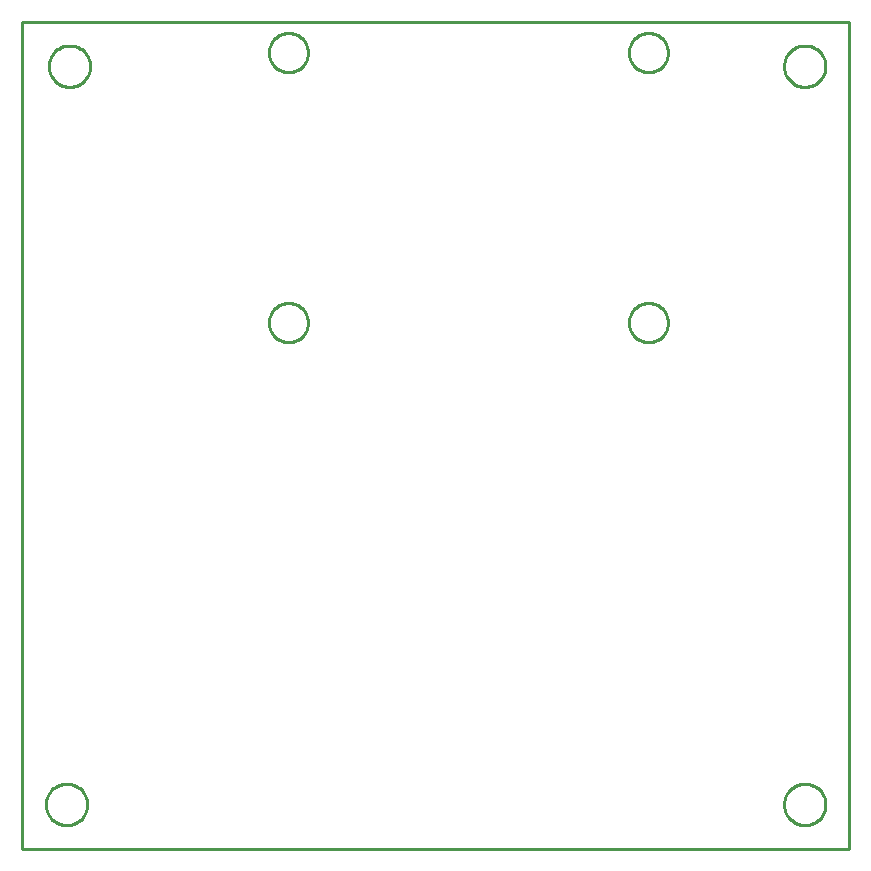
<source format=gbr>
G04 EAGLE Gerber RS-274X export*
G75*
%MOMM*%
%FSLAX34Y34*%
%LPD*%
%IN*%
%IPPOS*%
%AMOC8*
5,1,8,0,0,1.08239X$1,22.5*%
G01*
%ADD10C,0.254000*%


D10*
X0Y0D02*
X700000Y0D01*
X700000Y700000D01*
X0Y700000D01*
X0Y0D01*
X57500Y661927D02*
X57425Y660784D01*
X57276Y659648D01*
X57052Y658524D01*
X56755Y657417D01*
X56387Y656332D01*
X55949Y655274D01*
X55442Y654246D01*
X54869Y653254D01*
X54232Y652301D01*
X53535Y651392D01*
X52779Y650531D01*
X51969Y649721D01*
X51108Y648965D01*
X50199Y648268D01*
X49246Y647631D01*
X48254Y647058D01*
X47226Y646551D01*
X46168Y646113D01*
X45083Y645745D01*
X43976Y645448D01*
X42852Y645225D01*
X41716Y645075D01*
X40573Y645000D01*
X39427Y645000D01*
X38284Y645075D01*
X37148Y645225D01*
X36024Y645448D01*
X34917Y645745D01*
X33832Y646113D01*
X32774Y646551D01*
X31746Y647058D01*
X30754Y647631D01*
X29801Y648268D01*
X28892Y648965D01*
X28031Y649721D01*
X27221Y650531D01*
X26465Y651392D01*
X25768Y652301D01*
X25131Y653254D01*
X24558Y654246D01*
X24051Y655274D01*
X23613Y656332D01*
X23245Y657417D01*
X22948Y658524D01*
X22725Y659648D01*
X22575Y660784D01*
X22500Y661927D01*
X22500Y663073D01*
X22575Y664216D01*
X22725Y665352D01*
X22948Y666476D01*
X23245Y667583D01*
X23613Y668668D01*
X24051Y669726D01*
X24558Y670754D01*
X25131Y671746D01*
X25768Y672699D01*
X26465Y673608D01*
X27221Y674469D01*
X28031Y675279D01*
X28892Y676035D01*
X29801Y676732D01*
X30754Y677369D01*
X31746Y677942D01*
X32774Y678449D01*
X33832Y678887D01*
X34917Y679255D01*
X36024Y679552D01*
X37148Y679776D01*
X38284Y679925D01*
X39427Y680000D01*
X40573Y680000D01*
X41716Y679925D01*
X42852Y679776D01*
X43976Y679552D01*
X45083Y679255D01*
X46168Y678887D01*
X47226Y678449D01*
X48254Y677942D01*
X49246Y677369D01*
X50199Y676732D01*
X51108Y676035D01*
X51969Y675279D01*
X52779Y674469D01*
X53535Y673608D01*
X54232Y672699D01*
X54869Y671746D01*
X55442Y670754D01*
X55949Y669726D01*
X56387Y668668D01*
X56755Y667583D01*
X57052Y666476D01*
X57276Y665352D01*
X57425Y664216D01*
X57500Y663073D01*
X57500Y661927D01*
X680000Y661927D02*
X679925Y660784D01*
X679776Y659648D01*
X679552Y658524D01*
X679255Y657417D01*
X678887Y656332D01*
X678449Y655274D01*
X677942Y654246D01*
X677369Y653254D01*
X676732Y652301D01*
X676035Y651392D01*
X675279Y650531D01*
X674469Y649721D01*
X673608Y648965D01*
X672699Y648268D01*
X671746Y647631D01*
X670754Y647058D01*
X669726Y646551D01*
X668668Y646113D01*
X667583Y645745D01*
X666476Y645448D01*
X665352Y645225D01*
X664216Y645075D01*
X663073Y645000D01*
X661927Y645000D01*
X660784Y645075D01*
X659648Y645225D01*
X658524Y645448D01*
X657417Y645745D01*
X656332Y646113D01*
X655274Y646551D01*
X654246Y647058D01*
X653254Y647631D01*
X652301Y648268D01*
X651392Y648965D01*
X650531Y649721D01*
X649721Y650531D01*
X648965Y651392D01*
X648268Y652301D01*
X647631Y653254D01*
X647058Y654246D01*
X646551Y655274D01*
X646113Y656332D01*
X645745Y657417D01*
X645448Y658524D01*
X645225Y659648D01*
X645075Y660784D01*
X645000Y661927D01*
X645000Y663073D01*
X645075Y664216D01*
X645225Y665352D01*
X645448Y666476D01*
X645745Y667583D01*
X646113Y668668D01*
X646551Y669726D01*
X647058Y670754D01*
X647631Y671746D01*
X648268Y672699D01*
X648965Y673608D01*
X649721Y674469D01*
X650531Y675279D01*
X651392Y676035D01*
X652301Y676732D01*
X653254Y677369D01*
X654246Y677942D01*
X655274Y678449D01*
X656332Y678887D01*
X657417Y679255D01*
X658524Y679552D01*
X659648Y679776D01*
X660784Y679925D01*
X661927Y680000D01*
X663073Y680000D01*
X664216Y679925D01*
X665352Y679776D01*
X666476Y679552D01*
X667583Y679255D01*
X668668Y678887D01*
X669726Y678449D01*
X670754Y677942D01*
X671746Y677369D01*
X672699Y676732D01*
X673608Y676035D01*
X674469Y675279D01*
X675279Y674469D01*
X676035Y673608D01*
X676732Y672699D01*
X677369Y671746D01*
X677942Y670754D01*
X678449Y669726D01*
X678887Y668668D01*
X679255Y667583D01*
X679552Y666476D01*
X679776Y665352D01*
X679925Y664216D01*
X680000Y663073D01*
X680000Y661927D01*
X55000Y36927D02*
X54925Y35784D01*
X54776Y34648D01*
X54552Y33524D01*
X54255Y32417D01*
X53887Y31332D01*
X53449Y30274D01*
X52942Y29246D01*
X52369Y28254D01*
X51732Y27301D01*
X51035Y26392D01*
X50279Y25531D01*
X49469Y24721D01*
X48608Y23965D01*
X47699Y23268D01*
X46746Y22631D01*
X45754Y22058D01*
X44726Y21551D01*
X43668Y21113D01*
X42583Y20745D01*
X41476Y20448D01*
X40352Y20225D01*
X39216Y20075D01*
X38073Y20000D01*
X36927Y20000D01*
X35784Y20075D01*
X34648Y20225D01*
X33524Y20448D01*
X32417Y20745D01*
X31332Y21113D01*
X30274Y21551D01*
X29246Y22058D01*
X28254Y22631D01*
X27301Y23268D01*
X26392Y23965D01*
X25531Y24721D01*
X24721Y25531D01*
X23965Y26392D01*
X23268Y27301D01*
X22631Y28254D01*
X22058Y29246D01*
X21551Y30274D01*
X21113Y31332D01*
X20745Y32417D01*
X20448Y33524D01*
X20225Y34648D01*
X20075Y35784D01*
X20000Y36927D01*
X20000Y38073D01*
X20075Y39216D01*
X20225Y40352D01*
X20448Y41476D01*
X20745Y42583D01*
X21113Y43668D01*
X21551Y44726D01*
X22058Y45754D01*
X22631Y46746D01*
X23268Y47699D01*
X23965Y48608D01*
X24721Y49469D01*
X25531Y50279D01*
X26392Y51035D01*
X27301Y51732D01*
X28254Y52369D01*
X29246Y52942D01*
X30274Y53449D01*
X31332Y53887D01*
X32417Y54255D01*
X33524Y54552D01*
X34648Y54776D01*
X35784Y54925D01*
X36927Y55000D01*
X38073Y55000D01*
X39216Y54925D01*
X40352Y54776D01*
X41476Y54552D01*
X42583Y54255D01*
X43668Y53887D01*
X44726Y53449D01*
X45754Y52942D01*
X46746Y52369D01*
X47699Y51732D01*
X48608Y51035D01*
X49469Y50279D01*
X50279Y49469D01*
X51035Y48608D01*
X51732Y47699D01*
X52369Y46746D01*
X52942Y45754D01*
X53449Y44726D01*
X53887Y43668D01*
X54255Y42583D01*
X54552Y41476D01*
X54776Y40352D01*
X54925Y39216D01*
X55000Y38073D01*
X55000Y36927D01*
X680000Y36927D02*
X679925Y35784D01*
X679776Y34648D01*
X679552Y33524D01*
X679255Y32417D01*
X678887Y31332D01*
X678449Y30274D01*
X677942Y29246D01*
X677369Y28254D01*
X676732Y27301D01*
X676035Y26392D01*
X675279Y25531D01*
X674469Y24721D01*
X673608Y23965D01*
X672699Y23268D01*
X671746Y22631D01*
X670754Y22058D01*
X669726Y21551D01*
X668668Y21113D01*
X667583Y20745D01*
X666476Y20448D01*
X665352Y20225D01*
X664216Y20075D01*
X663073Y20000D01*
X661927Y20000D01*
X660784Y20075D01*
X659648Y20225D01*
X658524Y20448D01*
X657417Y20745D01*
X656332Y21113D01*
X655274Y21551D01*
X654246Y22058D01*
X653254Y22631D01*
X652301Y23268D01*
X651392Y23965D01*
X650531Y24721D01*
X649721Y25531D01*
X648965Y26392D01*
X648268Y27301D01*
X647631Y28254D01*
X647058Y29246D01*
X646551Y30274D01*
X646113Y31332D01*
X645745Y32417D01*
X645448Y33524D01*
X645225Y34648D01*
X645075Y35784D01*
X645000Y36927D01*
X645000Y38073D01*
X645075Y39216D01*
X645225Y40352D01*
X645448Y41476D01*
X645745Y42583D01*
X646113Y43668D01*
X646551Y44726D01*
X647058Y45754D01*
X647631Y46746D01*
X648268Y47699D01*
X648965Y48608D01*
X649721Y49469D01*
X650531Y50279D01*
X651392Y51035D01*
X652301Y51732D01*
X653254Y52369D01*
X654246Y52942D01*
X655274Y53449D01*
X656332Y53887D01*
X657417Y54255D01*
X658524Y54552D01*
X659648Y54776D01*
X660784Y54925D01*
X661927Y55000D01*
X663073Y55000D01*
X664216Y54925D01*
X665352Y54776D01*
X666476Y54552D01*
X667583Y54255D01*
X668668Y53887D01*
X669726Y53449D01*
X670754Y52942D01*
X671746Y52369D01*
X672699Y51732D01*
X673608Y51035D01*
X674469Y50279D01*
X675279Y49469D01*
X676035Y48608D01*
X676732Y47699D01*
X677369Y46746D01*
X677942Y45754D01*
X678449Y44726D01*
X678887Y43668D01*
X679255Y42583D01*
X679552Y41476D01*
X679776Y40352D01*
X679925Y39216D01*
X680000Y38073D01*
X680000Y36927D01*
X241910Y673460D02*
X241839Y672381D01*
X241698Y671309D01*
X241487Y670249D01*
X241208Y669205D01*
X240860Y668181D01*
X240446Y667183D01*
X239968Y666213D01*
X239428Y665277D01*
X238827Y664378D01*
X238169Y663521D01*
X237457Y662708D01*
X236692Y661944D01*
X235879Y661231D01*
X235022Y660573D01*
X234123Y659972D01*
X233187Y659432D01*
X232217Y658954D01*
X231219Y658540D01*
X230195Y658192D01*
X229151Y657913D01*
X228091Y657702D01*
X227019Y657561D01*
X225940Y657490D01*
X224860Y657490D01*
X223781Y657561D01*
X222709Y657702D01*
X221649Y657913D01*
X220605Y658192D01*
X219581Y658540D01*
X218583Y658954D01*
X217613Y659432D01*
X216677Y659972D01*
X215778Y660573D01*
X214921Y661231D01*
X214108Y661944D01*
X213344Y662708D01*
X212631Y663521D01*
X211973Y664378D01*
X211372Y665277D01*
X210832Y666213D01*
X210354Y667183D01*
X209940Y668181D01*
X209592Y669205D01*
X209313Y670249D01*
X209102Y671309D01*
X208961Y672381D01*
X208890Y673460D01*
X208890Y674540D01*
X208961Y675619D01*
X209102Y676691D01*
X209313Y677751D01*
X209592Y678795D01*
X209940Y679819D01*
X210354Y680817D01*
X210832Y681787D01*
X211372Y682723D01*
X211973Y683622D01*
X212631Y684479D01*
X213344Y685292D01*
X214108Y686057D01*
X214921Y686769D01*
X215778Y687427D01*
X216677Y688028D01*
X217613Y688568D01*
X218583Y689046D01*
X219581Y689460D01*
X220605Y689808D01*
X221649Y690087D01*
X222709Y690298D01*
X223781Y690439D01*
X224860Y690510D01*
X225940Y690510D01*
X227019Y690439D01*
X228091Y690298D01*
X229151Y690087D01*
X230195Y689808D01*
X231219Y689460D01*
X232217Y689046D01*
X233187Y688568D01*
X234123Y688028D01*
X235022Y687427D01*
X235879Y686769D01*
X236692Y686057D01*
X237457Y685292D01*
X238169Y684479D01*
X238827Y683622D01*
X239428Y682723D01*
X239968Y681787D01*
X240446Y680817D01*
X240860Y679819D01*
X241208Y678795D01*
X241487Y677751D01*
X241698Y676691D01*
X241839Y675619D01*
X241910Y674540D01*
X241910Y673460D01*
X546710Y673460D02*
X546639Y672381D01*
X546498Y671309D01*
X546287Y670249D01*
X546008Y669205D01*
X545660Y668181D01*
X545246Y667183D01*
X544768Y666213D01*
X544228Y665277D01*
X543627Y664378D01*
X542969Y663521D01*
X542257Y662708D01*
X541492Y661944D01*
X540679Y661231D01*
X539822Y660573D01*
X538923Y659972D01*
X537987Y659432D01*
X537017Y658954D01*
X536019Y658540D01*
X534995Y658192D01*
X533951Y657913D01*
X532891Y657702D01*
X531819Y657561D01*
X530740Y657490D01*
X529660Y657490D01*
X528581Y657561D01*
X527509Y657702D01*
X526449Y657913D01*
X525405Y658192D01*
X524381Y658540D01*
X523383Y658954D01*
X522413Y659432D01*
X521477Y659972D01*
X520578Y660573D01*
X519721Y661231D01*
X518908Y661944D01*
X518144Y662708D01*
X517431Y663521D01*
X516773Y664378D01*
X516172Y665277D01*
X515632Y666213D01*
X515154Y667183D01*
X514740Y668181D01*
X514392Y669205D01*
X514113Y670249D01*
X513902Y671309D01*
X513761Y672381D01*
X513690Y673460D01*
X513690Y674540D01*
X513761Y675619D01*
X513902Y676691D01*
X514113Y677751D01*
X514392Y678795D01*
X514740Y679819D01*
X515154Y680817D01*
X515632Y681787D01*
X516172Y682723D01*
X516773Y683622D01*
X517431Y684479D01*
X518144Y685292D01*
X518908Y686057D01*
X519721Y686769D01*
X520578Y687427D01*
X521477Y688028D01*
X522413Y688568D01*
X523383Y689046D01*
X524381Y689460D01*
X525405Y689808D01*
X526449Y690087D01*
X527509Y690298D01*
X528581Y690439D01*
X529660Y690510D01*
X530740Y690510D01*
X531819Y690439D01*
X532891Y690298D01*
X533951Y690087D01*
X534995Y689808D01*
X536019Y689460D01*
X537017Y689046D01*
X537987Y688568D01*
X538923Y688028D01*
X539822Y687427D01*
X540679Y686769D01*
X541492Y686057D01*
X542257Y685292D01*
X542969Y684479D01*
X543627Y683622D01*
X544228Y682723D01*
X544768Y681787D01*
X545246Y680817D01*
X545660Y679819D01*
X546008Y678795D01*
X546287Y677751D01*
X546498Y676691D01*
X546639Y675619D01*
X546710Y674540D01*
X546710Y673460D01*
X546710Y444860D02*
X546639Y443781D01*
X546498Y442709D01*
X546287Y441649D01*
X546008Y440605D01*
X545660Y439581D01*
X545246Y438583D01*
X544768Y437613D01*
X544228Y436677D01*
X543627Y435778D01*
X542969Y434921D01*
X542257Y434108D01*
X541492Y433344D01*
X540679Y432631D01*
X539822Y431973D01*
X538923Y431372D01*
X537987Y430832D01*
X537017Y430354D01*
X536019Y429940D01*
X534995Y429592D01*
X533951Y429313D01*
X532891Y429102D01*
X531819Y428961D01*
X530740Y428890D01*
X529660Y428890D01*
X528581Y428961D01*
X527509Y429102D01*
X526449Y429313D01*
X525405Y429592D01*
X524381Y429940D01*
X523383Y430354D01*
X522413Y430832D01*
X521477Y431372D01*
X520578Y431973D01*
X519721Y432631D01*
X518908Y433344D01*
X518144Y434108D01*
X517431Y434921D01*
X516773Y435778D01*
X516172Y436677D01*
X515632Y437613D01*
X515154Y438583D01*
X514740Y439581D01*
X514392Y440605D01*
X514113Y441649D01*
X513902Y442709D01*
X513761Y443781D01*
X513690Y444860D01*
X513690Y445940D01*
X513761Y447019D01*
X513902Y448091D01*
X514113Y449151D01*
X514392Y450195D01*
X514740Y451219D01*
X515154Y452217D01*
X515632Y453187D01*
X516172Y454123D01*
X516773Y455022D01*
X517431Y455879D01*
X518144Y456692D01*
X518908Y457457D01*
X519721Y458169D01*
X520578Y458827D01*
X521477Y459428D01*
X522413Y459968D01*
X523383Y460446D01*
X524381Y460860D01*
X525405Y461208D01*
X526449Y461487D01*
X527509Y461698D01*
X528581Y461839D01*
X529660Y461910D01*
X530740Y461910D01*
X531819Y461839D01*
X532891Y461698D01*
X533951Y461487D01*
X534995Y461208D01*
X536019Y460860D01*
X537017Y460446D01*
X537987Y459968D01*
X538923Y459428D01*
X539822Y458827D01*
X540679Y458169D01*
X541492Y457457D01*
X542257Y456692D01*
X542969Y455879D01*
X543627Y455022D01*
X544228Y454123D01*
X544768Y453187D01*
X545246Y452217D01*
X545660Y451219D01*
X546008Y450195D01*
X546287Y449151D01*
X546498Y448091D01*
X546639Y447019D01*
X546710Y445940D01*
X546710Y444860D01*
X241910Y444860D02*
X241839Y443781D01*
X241698Y442709D01*
X241487Y441649D01*
X241208Y440605D01*
X240860Y439581D01*
X240446Y438583D01*
X239968Y437613D01*
X239428Y436677D01*
X238827Y435778D01*
X238169Y434921D01*
X237457Y434108D01*
X236692Y433344D01*
X235879Y432631D01*
X235022Y431973D01*
X234123Y431372D01*
X233187Y430832D01*
X232217Y430354D01*
X231219Y429940D01*
X230195Y429592D01*
X229151Y429313D01*
X228091Y429102D01*
X227019Y428961D01*
X225940Y428890D01*
X224860Y428890D01*
X223781Y428961D01*
X222709Y429102D01*
X221649Y429313D01*
X220605Y429592D01*
X219581Y429940D01*
X218583Y430354D01*
X217613Y430832D01*
X216677Y431372D01*
X215778Y431973D01*
X214921Y432631D01*
X214108Y433344D01*
X213344Y434108D01*
X212631Y434921D01*
X211973Y435778D01*
X211372Y436677D01*
X210832Y437613D01*
X210354Y438583D01*
X209940Y439581D01*
X209592Y440605D01*
X209313Y441649D01*
X209102Y442709D01*
X208961Y443781D01*
X208890Y444860D01*
X208890Y445940D01*
X208961Y447019D01*
X209102Y448091D01*
X209313Y449151D01*
X209592Y450195D01*
X209940Y451219D01*
X210354Y452217D01*
X210832Y453187D01*
X211372Y454123D01*
X211973Y455022D01*
X212631Y455879D01*
X213344Y456692D01*
X214108Y457457D01*
X214921Y458169D01*
X215778Y458827D01*
X216677Y459428D01*
X217613Y459968D01*
X218583Y460446D01*
X219581Y460860D01*
X220605Y461208D01*
X221649Y461487D01*
X222709Y461698D01*
X223781Y461839D01*
X224860Y461910D01*
X225940Y461910D01*
X227019Y461839D01*
X228091Y461698D01*
X229151Y461487D01*
X230195Y461208D01*
X231219Y460860D01*
X232217Y460446D01*
X233187Y459968D01*
X234123Y459428D01*
X235022Y458827D01*
X235879Y458169D01*
X236692Y457457D01*
X237457Y456692D01*
X238169Y455879D01*
X238827Y455022D01*
X239428Y454123D01*
X239968Y453187D01*
X240446Y452217D01*
X240860Y451219D01*
X241208Y450195D01*
X241487Y449151D01*
X241698Y448091D01*
X241839Y447019D01*
X241910Y445940D01*
X241910Y444860D01*
M02*

</source>
